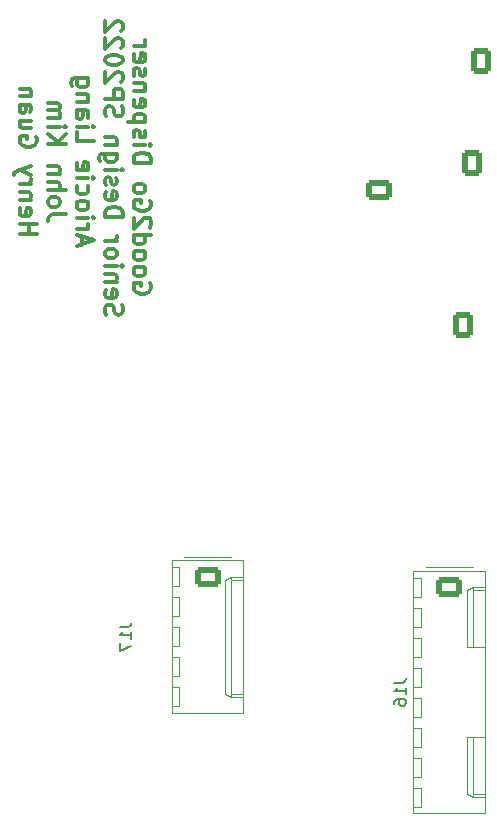
<source format=gbo>
%TF.GenerationSoftware,KiCad,Pcbnew,(6.0.1)*%
%TF.CreationDate,2022-03-10T19:24:07-06:00*%
%TF.ProjectId,arliang2_good2go,61726c69-616e-4673-925f-676f6f643267,rev?*%
%TF.SameCoordinates,Original*%
%TF.FileFunction,Legend,Bot*%
%TF.FilePolarity,Positive*%
%FSLAX46Y46*%
G04 Gerber Fmt 4.6, Leading zero omitted, Abs format (unit mm)*
G04 Created by KiCad (PCBNEW (6.0.1)) date 2022-03-10 19:24:07*
%MOMM*%
%LPD*%
G01*
G04 APERTURE LIST*
G04 Aperture macros list*
%AMRoundRect*
0 Rectangle with rounded corners*
0 $1 Rounding radius*
0 $2 $3 $4 $5 $6 $7 $8 $9 X,Y pos of 4 corners*
0 Add a 4 corners polygon primitive as box body*
4,1,4,$2,$3,$4,$5,$6,$7,$8,$9,$2,$3,0*
0 Add four circle primitives for the rounded corners*
1,1,$1+$1,$2,$3*
1,1,$1+$1,$4,$5*
1,1,$1+$1,$6,$7*
1,1,$1+$1,$8,$9*
0 Add four rect primitives between the rounded corners*
20,1,$1+$1,$2,$3,$4,$5,0*
20,1,$1+$1,$4,$5,$6,$7,0*
20,1,$1+$1,$6,$7,$8,$9,0*
20,1,$1+$1,$8,$9,$2,$3,0*%
G04 Aperture macros list end*
%ADD10C,0.300000*%
%ADD11C,0.150000*%
%ADD12C,0.120000*%
%ADD13RoundRect,0.250000X-0.620000X-0.845000X0.620000X-0.845000X0.620000X0.845000X-0.620000X0.845000X0*%
%ADD14O,1.740000X2.190000*%
%ADD15C,1.500000*%
%ADD16C,3.200000*%
%ADD17C,2.900000*%
%ADD18R,2.100000X1.900000*%
%ADD19O,2.100000X1.900000*%
%ADD20R,1.600000X1.600000*%
%ADD21O,1.600000X1.600000*%
%ADD22RoundRect,0.250000X0.620000X0.845000X-0.620000X0.845000X-0.620000X-0.845000X0.620000X-0.845000X0*%
%ADD23RoundRect,0.250000X0.600000X0.600000X-0.600000X0.600000X-0.600000X-0.600000X0.600000X-0.600000X0*%
%ADD24C,1.700000*%
%ADD25RoundRect,0.250000X0.845000X-0.620000X0.845000X0.620000X-0.845000X0.620000X-0.845000X-0.620000X0*%
%ADD26O,2.190000X1.740000*%
%ADD27C,1.600000*%
%ADD28C,3.000000*%
%ADD29RoundRect,0.250000X-0.600000X-0.600000X0.600000X-0.600000X0.600000X0.600000X-0.600000X0.600000X0*%
%ADD30RoundRect,0.250000X-0.845000X0.620000X-0.845000X-0.620000X0.845000X-0.620000X0.845000X0.620000X0*%
G04 APERTURE END LIST*
D10*
X155440000Y-96336142D02*
X155511428Y-96479000D01*
X155511428Y-96693285D01*
X155440000Y-96907571D01*
X155297142Y-97050428D01*
X155154285Y-97121857D01*
X154868571Y-97193285D01*
X154654285Y-97193285D01*
X154368571Y-97121857D01*
X154225714Y-97050428D01*
X154082857Y-96907571D01*
X154011428Y-96693285D01*
X154011428Y-96550428D01*
X154082857Y-96336142D01*
X154154285Y-96264714D01*
X154654285Y-96264714D01*
X154654285Y-96550428D01*
X154011428Y-95407571D02*
X154082857Y-95550428D01*
X154154285Y-95621857D01*
X154297142Y-95693285D01*
X154725714Y-95693285D01*
X154868571Y-95621857D01*
X154940000Y-95550428D01*
X155011428Y-95407571D01*
X155011428Y-95193285D01*
X154940000Y-95050428D01*
X154868571Y-94979000D01*
X154725714Y-94907571D01*
X154297142Y-94907571D01*
X154154285Y-94979000D01*
X154082857Y-95050428D01*
X154011428Y-95193285D01*
X154011428Y-95407571D01*
X154011428Y-94050428D02*
X154082857Y-94193285D01*
X154154285Y-94264714D01*
X154297142Y-94336142D01*
X154725714Y-94336142D01*
X154868571Y-94264714D01*
X154940000Y-94193285D01*
X155011428Y-94050428D01*
X155011428Y-93836142D01*
X154940000Y-93693285D01*
X154868571Y-93621857D01*
X154725714Y-93550428D01*
X154297142Y-93550428D01*
X154154285Y-93621857D01*
X154082857Y-93693285D01*
X154011428Y-93836142D01*
X154011428Y-94050428D01*
X154011428Y-92264714D02*
X155511428Y-92264714D01*
X154082857Y-92264714D02*
X154011428Y-92407571D01*
X154011428Y-92693285D01*
X154082857Y-92836142D01*
X154154285Y-92907571D01*
X154297142Y-92979000D01*
X154725714Y-92979000D01*
X154868571Y-92907571D01*
X154940000Y-92836142D01*
X155011428Y-92693285D01*
X155011428Y-92407571D01*
X154940000Y-92264714D01*
X155368571Y-91621857D02*
X155440000Y-91550428D01*
X155511428Y-91407571D01*
X155511428Y-91050428D01*
X155440000Y-90907571D01*
X155368571Y-90836142D01*
X155225714Y-90764714D01*
X155082857Y-90764714D01*
X154868571Y-90836142D01*
X154011428Y-91693285D01*
X154011428Y-90764714D01*
X155440000Y-89336142D02*
X155511428Y-89479000D01*
X155511428Y-89693285D01*
X155440000Y-89907571D01*
X155297142Y-90050428D01*
X155154285Y-90121857D01*
X154868571Y-90193285D01*
X154654285Y-90193285D01*
X154368571Y-90121857D01*
X154225714Y-90050428D01*
X154082857Y-89907571D01*
X154011428Y-89693285D01*
X154011428Y-89550428D01*
X154082857Y-89336142D01*
X154154285Y-89264714D01*
X154654285Y-89264714D01*
X154654285Y-89550428D01*
X154011428Y-88407571D02*
X154082857Y-88550428D01*
X154154285Y-88621857D01*
X154297142Y-88693285D01*
X154725714Y-88693285D01*
X154868571Y-88621857D01*
X154940000Y-88550428D01*
X155011428Y-88407571D01*
X155011428Y-88193285D01*
X154940000Y-88050428D01*
X154868571Y-87979000D01*
X154725714Y-87907571D01*
X154297142Y-87907571D01*
X154154285Y-87979000D01*
X154082857Y-88050428D01*
X154011428Y-88193285D01*
X154011428Y-88407571D01*
X154011428Y-86121857D02*
X155511428Y-86121857D01*
X155511428Y-85764714D01*
X155440000Y-85550428D01*
X155297142Y-85407571D01*
X155154285Y-85336142D01*
X154868571Y-85264714D01*
X154654285Y-85264714D01*
X154368571Y-85336142D01*
X154225714Y-85407571D01*
X154082857Y-85550428D01*
X154011428Y-85764714D01*
X154011428Y-86121857D01*
X154011428Y-84621857D02*
X155011428Y-84621857D01*
X155511428Y-84621857D02*
X155440000Y-84693285D01*
X155368571Y-84621857D01*
X155440000Y-84550428D01*
X155511428Y-84621857D01*
X155368571Y-84621857D01*
X154082857Y-83979000D02*
X154011428Y-83836142D01*
X154011428Y-83550428D01*
X154082857Y-83407571D01*
X154225714Y-83336142D01*
X154297142Y-83336142D01*
X154440000Y-83407571D01*
X154511428Y-83550428D01*
X154511428Y-83764714D01*
X154582857Y-83907571D01*
X154725714Y-83979000D01*
X154797142Y-83979000D01*
X154940000Y-83907571D01*
X155011428Y-83764714D01*
X155011428Y-83550428D01*
X154940000Y-83407571D01*
X155011428Y-82693285D02*
X153511428Y-82693285D01*
X154940000Y-82693285D02*
X155011428Y-82550428D01*
X155011428Y-82264714D01*
X154940000Y-82121857D01*
X154868571Y-82050428D01*
X154725714Y-81979000D01*
X154297142Y-81979000D01*
X154154285Y-82050428D01*
X154082857Y-82121857D01*
X154011428Y-82264714D01*
X154011428Y-82550428D01*
X154082857Y-82693285D01*
X154082857Y-80764714D02*
X154011428Y-80907571D01*
X154011428Y-81193285D01*
X154082857Y-81336142D01*
X154225714Y-81407571D01*
X154797142Y-81407571D01*
X154940000Y-81336142D01*
X155011428Y-81193285D01*
X155011428Y-80907571D01*
X154940000Y-80764714D01*
X154797142Y-80693285D01*
X154654285Y-80693285D01*
X154511428Y-81407571D01*
X155011428Y-80050428D02*
X154011428Y-80050428D01*
X154868571Y-80050428D02*
X154940000Y-79979000D01*
X155011428Y-79836142D01*
X155011428Y-79621857D01*
X154940000Y-79479000D01*
X154797142Y-79407571D01*
X154011428Y-79407571D01*
X154082857Y-78764714D02*
X154011428Y-78621857D01*
X154011428Y-78336142D01*
X154082857Y-78193285D01*
X154225714Y-78121857D01*
X154297142Y-78121857D01*
X154440000Y-78193285D01*
X154511428Y-78336142D01*
X154511428Y-78550428D01*
X154582857Y-78693285D01*
X154725714Y-78764714D01*
X154797142Y-78764714D01*
X154940000Y-78693285D01*
X155011428Y-78550428D01*
X155011428Y-78336142D01*
X154940000Y-78193285D01*
X154082857Y-76907571D02*
X154011428Y-77050428D01*
X154011428Y-77336142D01*
X154082857Y-77479000D01*
X154225714Y-77550428D01*
X154797142Y-77550428D01*
X154940000Y-77479000D01*
X155011428Y-77336142D01*
X155011428Y-77050428D01*
X154940000Y-76907571D01*
X154797142Y-76836142D01*
X154654285Y-76836142D01*
X154511428Y-77550428D01*
X154011428Y-76193285D02*
X155011428Y-76193285D01*
X154725714Y-76193285D02*
X154868571Y-76121857D01*
X154940000Y-76050428D01*
X155011428Y-75907571D01*
X155011428Y-75764714D01*
X151667857Y-98979000D02*
X151596428Y-98764714D01*
X151596428Y-98407571D01*
X151667857Y-98264714D01*
X151739285Y-98193285D01*
X151882142Y-98121857D01*
X152025000Y-98121857D01*
X152167857Y-98193285D01*
X152239285Y-98264714D01*
X152310714Y-98407571D01*
X152382142Y-98693285D01*
X152453571Y-98836142D01*
X152525000Y-98907571D01*
X152667857Y-98979000D01*
X152810714Y-98979000D01*
X152953571Y-98907571D01*
X153025000Y-98836142D01*
X153096428Y-98693285D01*
X153096428Y-98336142D01*
X153025000Y-98121857D01*
X151667857Y-96907571D02*
X151596428Y-97050428D01*
X151596428Y-97336142D01*
X151667857Y-97479000D01*
X151810714Y-97550428D01*
X152382142Y-97550428D01*
X152525000Y-97479000D01*
X152596428Y-97336142D01*
X152596428Y-97050428D01*
X152525000Y-96907571D01*
X152382142Y-96836142D01*
X152239285Y-96836142D01*
X152096428Y-97550428D01*
X152596428Y-96193285D02*
X151596428Y-96193285D01*
X152453571Y-96193285D02*
X152525000Y-96121857D01*
X152596428Y-95979000D01*
X152596428Y-95764714D01*
X152525000Y-95621857D01*
X152382142Y-95550428D01*
X151596428Y-95550428D01*
X151596428Y-94836142D02*
X152596428Y-94836142D01*
X153096428Y-94836142D02*
X153025000Y-94907571D01*
X152953571Y-94836142D01*
X153025000Y-94764714D01*
X153096428Y-94836142D01*
X152953571Y-94836142D01*
X151596428Y-93907571D02*
X151667857Y-94050428D01*
X151739285Y-94121857D01*
X151882142Y-94193285D01*
X152310714Y-94193285D01*
X152453571Y-94121857D01*
X152525000Y-94050428D01*
X152596428Y-93907571D01*
X152596428Y-93693285D01*
X152525000Y-93550428D01*
X152453571Y-93479000D01*
X152310714Y-93407571D01*
X151882142Y-93407571D01*
X151739285Y-93479000D01*
X151667857Y-93550428D01*
X151596428Y-93693285D01*
X151596428Y-93907571D01*
X151596428Y-92764714D02*
X152596428Y-92764714D01*
X152310714Y-92764714D02*
X152453571Y-92693285D01*
X152525000Y-92621857D01*
X152596428Y-92479000D01*
X152596428Y-92336142D01*
X151596428Y-90693285D02*
X153096428Y-90693285D01*
X153096428Y-90336142D01*
X153025000Y-90121857D01*
X152882142Y-89979000D01*
X152739285Y-89907571D01*
X152453571Y-89836142D01*
X152239285Y-89836142D01*
X151953571Y-89907571D01*
X151810714Y-89979000D01*
X151667857Y-90121857D01*
X151596428Y-90336142D01*
X151596428Y-90693285D01*
X151667857Y-88621857D02*
X151596428Y-88764714D01*
X151596428Y-89050428D01*
X151667857Y-89193285D01*
X151810714Y-89264714D01*
X152382142Y-89264714D01*
X152525000Y-89193285D01*
X152596428Y-89050428D01*
X152596428Y-88764714D01*
X152525000Y-88621857D01*
X152382142Y-88550428D01*
X152239285Y-88550428D01*
X152096428Y-89264714D01*
X151667857Y-87979000D02*
X151596428Y-87836142D01*
X151596428Y-87550428D01*
X151667857Y-87407571D01*
X151810714Y-87336142D01*
X151882142Y-87336142D01*
X152025000Y-87407571D01*
X152096428Y-87550428D01*
X152096428Y-87764714D01*
X152167857Y-87907571D01*
X152310714Y-87979000D01*
X152382142Y-87979000D01*
X152525000Y-87907571D01*
X152596428Y-87764714D01*
X152596428Y-87550428D01*
X152525000Y-87407571D01*
X151596428Y-86693285D02*
X152596428Y-86693285D01*
X153096428Y-86693285D02*
X153025000Y-86764714D01*
X152953571Y-86693285D01*
X153025000Y-86621857D01*
X153096428Y-86693285D01*
X152953571Y-86693285D01*
X152596428Y-85336142D02*
X151382142Y-85336142D01*
X151239285Y-85407571D01*
X151167857Y-85479000D01*
X151096428Y-85621857D01*
X151096428Y-85836142D01*
X151167857Y-85979000D01*
X151667857Y-85336142D02*
X151596428Y-85479000D01*
X151596428Y-85764714D01*
X151667857Y-85907571D01*
X151739285Y-85979000D01*
X151882142Y-86050428D01*
X152310714Y-86050428D01*
X152453571Y-85979000D01*
X152525000Y-85907571D01*
X152596428Y-85764714D01*
X152596428Y-85479000D01*
X152525000Y-85336142D01*
X152596428Y-84621857D02*
X151596428Y-84621857D01*
X152453571Y-84621857D02*
X152525000Y-84550428D01*
X152596428Y-84407571D01*
X152596428Y-84193285D01*
X152525000Y-84050428D01*
X152382142Y-83979000D01*
X151596428Y-83979000D01*
X151667857Y-82193285D02*
X151596428Y-81979000D01*
X151596428Y-81621857D01*
X151667857Y-81479000D01*
X151739285Y-81407571D01*
X151882142Y-81336142D01*
X152025000Y-81336142D01*
X152167857Y-81407571D01*
X152239285Y-81479000D01*
X152310714Y-81621857D01*
X152382142Y-81907571D01*
X152453571Y-82050428D01*
X152525000Y-82121857D01*
X152667857Y-82193285D01*
X152810714Y-82193285D01*
X152953571Y-82121857D01*
X153025000Y-82050428D01*
X153096428Y-81907571D01*
X153096428Y-81550428D01*
X153025000Y-81336142D01*
X151596428Y-80693285D02*
X153096428Y-80693285D01*
X153096428Y-80121857D01*
X153025000Y-79979000D01*
X152953571Y-79907571D01*
X152810714Y-79836142D01*
X152596428Y-79836142D01*
X152453571Y-79907571D01*
X152382142Y-79979000D01*
X152310714Y-80121857D01*
X152310714Y-80693285D01*
X152953571Y-79264714D02*
X153025000Y-79193285D01*
X153096428Y-79050428D01*
X153096428Y-78693285D01*
X153025000Y-78550428D01*
X152953571Y-78479000D01*
X152810714Y-78407571D01*
X152667857Y-78407571D01*
X152453571Y-78479000D01*
X151596428Y-79336142D01*
X151596428Y-78407571D01*
X153096428Y-77479000D02*
X153096428Y-77336142D01*
X153025000Y-77193285D01*
X152953571Y-77121857D01*
X152810714Y-77050428D01*
X152525000Y-76979000D01*
X152167857Y-76979000D01*
X151882142Y-77050428D01*
X151739285Y-77121857D01*
X151667857Y-77193285D01*
X151596428Y-77336142D01*
X151596428Y-77479000D01*
X151667857Y-77621857D01*
X151739285Y-77693285D01*
X151882142Y-77764714D01*
X152167857Y-77836142D01*
X152525000Y-77836142D01*
X152810714Y-77764714D01*
X152953571Y-77693285D01*
X153025000Y-77621857D01*
X153096428Y-77479000D01*
X152953571Y-76407571D02*
X153025000Y-76336142D01*
X153096428Y-76193285D01*
X153096428Y-75836142D01*
X153025000Y-75693285D01*
X152953571Y-75621857D01*
X152810714Y-75550428D01*
X152667857Y-75550428D01*
X152453571Y-75621857D01*
X151596428Y-76479000D01*
X151596428Y-75550428D01*
X152953571Y-74979000D02*
X153025000Y-74907571D01*
X153096428Y-74764714D01*
X153096428Y-74407571D01*
X153025000Y-74264714D01*
X152953571Y-74193285D01*
X152810714Y-74121857D01*
X152667857Y-74121857D01*
X152453571Y-74193285D01*
X151596428Y-75050428D01*
X151596428Y-74121857D01*
X149610000Y-93050428D02*
X149610000Y-92336142D01*
X149181428Y-93193285D02*
X150681428Y-92693285D01*
X149181428Y-92193285D01*
X149181428Y-91693285D02*
X150181428Y-91693285D01*
X149895714Y-91693285D02*
X150038571Y-91621857D01*
X150110000Y-91550428D01*
X150181428Y-91407571D01*
X150181428Y-91264714D01*
X149181428Y-90764714D02*
X150181428Y-90764714D01*
X150681428Y-90764714D02*
X150610000Y-90836142D01*
X150538571Y-90764714D01*
X150610000Y-90693285D01*
X150681428Y-90764714D01*
X150538571Y-90764714D01*
X149181428Y-89836142D02*
X149252857Y-89979000D01*
X149324285Y-90050428D01*
X149467142Y-90121857D01*
X149895714Y-90121857D01*
X150038571Y-90050428D01*
X150110000Y-89979000D01*
X150181428Y-89836142D01*
X150181428Y-89621857D01*
X150110000Y-89479000D01*
X150038571Y-89407571D01*
X149895714Y-89336142D01*
X149467142Y-89336142D01*
X149324285Y-89407571D01*
X149252857Y-89479000D01*
X149181428Y-89621857D01*
X149181428Y-89836142D01*
X149252857Y-88050428D02*
X149181428Y-88193285D01*
X149181428Y-88479000D01*
X149252857Y-88621857D01*
X149324285Y-88693285D01*
X149467142Y-88764714D01*
X149895714Y-88764714D01*
X150038571Y-88693285D01*
X150110000Y-88621857D01*
X150181428Y-88479000D01*
X150181428Y-88193285D01*
X150110000Y-88050428D01*
X149181428Y-87407571D02*
X150181428Y-87407571D01*
X150681428Y-87407571D02*
X150610000Y-87479000D01*
X150538571Y-87407571D01*
X150610000Y-87336142D01*
X150681428Y-87407571D01*
X150538571Y-87407571D01*
X149252857Y-86121857D02*
X149181428Y-86264714D01*
X149181428Y-86550428D01*
X149252857Y-86693285D01*
X149395714Y-86764714D01*
X149967142Y-86764714D01*
X150110000Y-86693285D01*
X150181428Y-86550428D01*
X150181428Y-86264714D01*
X150110000Y-86121857D01*
X149967142Y-86050428D01*
X149824285Y-86050428D01*
X149681428Y-86764714D01*
X149181428Y-83550428D02*
X149181428Y-84264714D01*
X150681428Y-84264714D01*
X149181428Y-83050428D02*
X150181428Y-83050428D01*
X150681428Y-83050428D02*
X150610000Y-83121857D01*
X150538571Y-83050428D01*
X150610000Y-82979000D01*
X150681428Y-83050428D01*
X150538571Y-83050428D01*
X149181428Y-81693285D02*
X149967142Y-81693285D01*
X150110000Y-81764714D01*
X150181428Y-81907571D01*
X150181428Y-82193285D01*
X150110000Y-82336142D01*
X149252857Y-81693285D02*
X149181428Y-81836142D01*
X149181428Y-82193285D01*
X149252857Y-82336142D01*
X149395714Y-82407571D01*
X149538571Y-82407571D01*
X149681428Y-82336142D01*
X149752857Y-82193285D01*
X149752857Y-81836142D01*
X149824285Y-81693285D01*
X150181428Y-80979000D02*
X149181428Y-80979000D01*
X150038571Y-80979000D02*
X150110000Y-80907571D01*
X150181428Y-80764714D01*
X150181428Y-80550428D01*
X150110000Y-80407571D01*
X149967142Y-80336142D01*
X149181428Y-80336142D01*
X150181428Y-78979000D02*
X148967142Y-78979000D01*
X148824285Y-79050428D01*
X148752857Y-79121857D01*
X148681428Y-79264714D01*
X148681428Y-79479000D01*
X148752857Y-79621857D01*
X149252857Y-78979000D02*
X149181428Y-79121857D01*
X149181428Y-79407571D01*
X149252857Y-79550428D01*
X149324285Y-79621857D01*
X149467142Y-79693285D01*
X149895714Y-79693285D01*
X150038571Y-79621857D01*
X150110000Y-79550428D01*
X150181428Y-79407571D01*
X150181428Y-79121857D01*
X150110000Y-78979000D01*
X148266428Y-90479000D02*
X147195000Y-90479000D01*
X146980714Y-90550428D01*
X146837857Y-90693285D01*
X146766428Y-90907571D01*
X146766428Y-91050428D01*
X146766428Y-89550428D02*
X146837857Y-89693285D01*
X146909285Y-89764714D01*
X147052142Y-89836142D01*
X147480714Y-89836142D01*
X147623571Y-89764714D01*
X147695000Y-89693285D01*
X147766428Y-89550428D01*
X147766428Y-89336142D01*
X147695000Y-89193285D01*
X147623571Y-89121857D01*
X147480714Y-89050428D01*
X147052142Y-89050428D01*
X146909285Y-89121857D01*
X146837857Y-89193285D01*
X146766428Y-89336142D01*
X146766428Y-89550428D01*
X146766428Y-88407571D02*
X148266428Y-88407571D01*
X146766428Y-87764714D02*
X147552142Y-87764714D01*
X147695000Y-87836142D01*
X147766428Y-87978999D01*
X147766428Y-88193285D01*
X147695000Y-88336142D01*
X147623571Y-88407571D01*
X147766428Y-87050428D02*
X146766428Y-87050428D01*
X147623571Y-87050428D02*
X147695000Y-86978999D01*
X147766428Y-86836142D01*
X147766428Y-86621857D01*
X147695000Y-86478999D01*
X147552142Y-86407571D01*
X146766428Y-86407571D01*
X146766428Y-84550428D02*
X148266428Y-84550428D01*
X146766428Y-83693285D02*
X147623571Y-84336142D01*
X148266428Y-83693285D02*
X147409285Y-84550428D01*
X146766428Y-83050428D02*
X147766428Y-83050428D01*
X148266428Y-83050428D02*
X148195000Y-83121857D01*
X148123571Y-83050428D01*
X148195000Y-82978999D01*
X148266428Y-83050428D01*
X148123571Y-83050428D01*
X146766428Y-82336142D02*
X147766428Y-82336142D01*
X147623571Y-82336142D02*
X147695000Y-82264714D01*
X147766428Y-82121857D01*
X147766428Y-81907571D01*
X147695000Y-81764714D01*
X147552142Y-81693285D01*
X146766428Y-81693285D01*
X147552142Y-81693285D02*
X147695000Y-81621857D01*
X147766428Y-81478999D01*
X147766428Y-81264714D01*
X147695000Y-81121857D01*
X147552142Y-81050428D01*
X146766428Y-81050428D01*
X144351428Y-92121857D02*
X145851428Y-92121857D01*
X145137142Y-92121857D02*
X145137142Y-91264714D01*
X144351428Y-91264714D02*
X145851428Y-91264714D01*
X144422857Y-89979000D02*
X144351428Y-90121857D01*
X144351428Y-90407571D01*
X144422857Y-90550428D01*
X144565714Y-90621857D01*
X145137142Y-90621857D01*
X145280000Y-90550428D01*
X145351428Y-90407571D01*
X145351428Y-90121857D01*
X145280000Y-89979000D01*
X145137142Y-89907571D01*
X144994285Y-89907571D01*
X144851428Y-90621857D01*
X145351428Y-89264714D02*
X144351428Y-89264714D01*
X145208571Y-89264714D02*
X145280000Y-89193285D01*
X145351428Y-89050428D01*
X145351428Y-88836142D01*
X145280000Y-88693285D01*
X145137142Y-88621857D01*
X144351428Y-88621857D01*
X144351428Y-87907571D02*
X145351428Y-87907571D01*
X145065714Y-87907571D02*
X145208571Y-87836142D01*
X145280000Y-87764714D01*
X145351428Y-87621857D01*
X145351428Y-87479000D01*
X145351428Y-87121857D02*
X144351428Y-86764714D01*
X145351428Y-86407571D02*
X144351428Y-86764714D01*
X143994285Y-86907571D01*
X143922857Y-86979000D01*
X143851428Y-87121857D01*
X145780000Y-83907571D02*
X145851428Y-84050428D01*
X145851428Y-84264714D01*
X145780000Y-84479000D01*
X145637142Y-84621857D01*
X145494285Y-84693285D01*
X145208571Y-84764714D01*
X144994285Y-84764714D01*
X144708571Y-84693285D01*
X144565714Y-84621857D01*
X144422857Y-84479000D01*
X144351428Y-84264714D01*
X144351428Y-84121857D01*
X144422857Y-83907571D01*
X144494285Y-83836142D01*
X144994285Y-83836142D01*
X144994285Y-84121857D01*
X145351428Y-82550428D02*
X144351428Y-82550428D01*
X145351428Y-83193285D02*
X144565714Y-83193285D01*
X144422857Y-83121857D01*
X144351428Y-82979000D01*
X144351428Y-82764714D01*
X144422857Y-82621857D01*
X144494285Y-82550428D01*
X144351428Y-81193285D02*
X145137142Y-81193285D01*
X145280000Y-81264714D01*
X145351428Y-81407571D01*
X145351428Y-81693285D01*
X145280000Y-81836142D01*
X144422857Y-81193285D02*
X144351428Y-81336142D01*
X144351428Y-81693285D01*
X144422857Y-81836142D01*
X144565714Y-81907571D01*
X144708571Y-81907571D01*
X144851428Y-81836142D01*
X144922857Y-81693285D01*
X144922857Y-81336142D01*
X144994285Y-81193285D01*
X145351428Y-80479000D02*
X144351428Y-80479000D01*
X145208571Y-80479000D02*
X145280000Y-80407571D01*
X145351428Y-80264714D01*
X145351428Y-80050428D01*
X145280000Y-79907571D01*
X145137142Y-79836142D01*
X144351428Y-79836142D01*
D11*
%TO.C,J16*%
X176069380Y-130127476D02*
X176783666Y-130127476D01*
X176926523Y-130079857D01*
X177021761Y-129984619D01*
X177069380Y-129841761D01*
X177069380Y-129746523D01*
X177069380Y-131127476D02*
X177069380Y-130556047D01*
X177069380Y-130841761D02*
X176069380Y-130841761D01*
X176212238Y-130746523D01*
X176307476Y-130651285D01*
X176355095Y-130556047D01*
X176069380Y-131984619D02*
X176069380Y-131794142D01*
X176117000Y-131698904D01*
X176164619Y-131651285D01*
X176307476Y-131556047D01*
X176497952Y-131508428D01*
X176878904Y-131508428D01*
X176974142Y-131556047D01*
X177021761Y-131603666D01*
X177069380Y-131698904D01*
X177069380Y-131889380D01*
X177021761Y-131984619D01*
X176974142Y-132032238D01*
X176878904Y-132079857D01*
X176640809Y-132079857D01*
X176545571Y-132032238D01*
X176497952Y-131984619D01*
X176450333Y-131889380D01*
X176450333Y-131698904D01*
X176497952Y-131603666D01*
X176545571Y-131556047D01*
X176640809Y-131508428D01*
%TO.C,J17*%
X152828380Y-125428476D02*
X153542666Y-125428476D01*
X153685523Y-125380857D01*
X153780761Y-125285619D01*
X153828380Y-125142761D01*
X153828380Y-125047523D01*
X153828380Y-126428476D02*
X153828380Y-125857047D01*
X153828380Y-126142761D02*
X152828380Y-126142761D01*
X152971238Y-126047523D01*
X153066476Y-125952285D01*
X153114095Y-125857047D01*
X152828380Y-126761809D02*
X152828380Y-127428476D01*
X153828380Y-126999904D01*
D12*
%TO.C,J16*%
X178307000Y-140627000D02*
X177707000Y-140627000D01*
X177707000Y-131407000D02*
X178307000Y-131407000D01*
X177707000Y-133947000D02*
X178307000Y-133947000D01*
X183727000Y-139827000D02*
X182727000Y-139827000D01*
X183727000Y-120667000D02*
X183727000Y-141207000D01*
X183727000Y-141207000D02*
X177707000Y-141207000D01*
X183727000Y-122047000D02*
X182727000Y-122047000D01*
X178737000Y-120377000D02*
X182737000Y-120377000D01*
X183727000Y-139577000D02*
X182727000Y-139577000D01*
X178307000Y-133007000D02*
X177707000Y-133007000D01*
X178307000Y-139027000D02*
X178307000Y-140627000D01*
X178307000Y-136487000D02*
X178307000Y-138087000D01*
X182197000Y-122297000D02*
X182197000Y-127127000D01*
X178307000Y-133947000D02*
X178307000Y-135547000D01*
X178307000Y-121247000D02*
X178307000Y-122847000D01*
X177707000Y-128867000D02*
X178307000Y-128867000D01*
X182727000Y-122047000D02*
X182727000Y-127127000D01*
X178307000Y-127927000D02*
X177707000Y-127927000D01*
X177707000Y-141207000D02*
X177707000Y-120667000D01*
X182727000Y-127127000D02*
X183727000Y-127127000D01*
X178307000Y-135547000D02*
X177707000Y-135547000D01*
X182197000Y-134747000D02*
X182727000Y-134747000D01*
X178307000Y-138087000D02*
X177707000Y-138087000D01*
X182727000Y-134747000D02*
X183727000Y-134747000D01*
X182197000Y-139577000D02*
X182197000Y-134747000D01*
X177707000Y-123787000D02*
X178307000Y-123787000D01*
X182727000Y-122047000D02*
X182197000Y-122297000D01*
X182727000Y-139827000D02*
X182197000Y-139577000D01*
X178307000Y-125387000D02*
X177707000Y-125387000D01*
X178307000Y-122847000D02*
X177707000Y-122847000D01*
X177707000Y-139027000D02*
X178307000Y-139027000D01*
X182727000Y-139827000D02*
X182727000Y-134747000D01*
X177707000Y-121247000D02*
X178307000Y-121247000D01*
X177707000Y-126327000D02*
X178307000Y-126327000D01*
X178307000Y-128867000D02*
X178307000Y-130467000D01*
X178307000Y-131407000D02*
X178307000Y-133007000D01*
X178307000Y-123787000D02*
X178307000Y-125387000D01*
X178307000Y-130467000D02*
X177707000Y-130467000D01*
X177707000Y-136487000D02*
X178307000Y-136487000D01*
X177707000Y-120667000D02*
X183727000Y-120667000D01*
X182197000Y-127127000D02*
X182727000Y-127127000D01*
X178307000Y-126327000D02*
X178307000Y-127927000D01*
X183727000Y-122297000D02*
X182727000Y-122297000D01*
%TO.C,J17*%
X157260000Y-125438000D02*
X157860000Y-125438000D01*
X158290000Y-119488000D02*
X162290000Y-119488000D01*
X163280000Y-121158000D02*
X162280000Y-121158000D01*
X162280000Y-131318000D02*
X163280000Y-131318000D01*
X157860000Y-132118000D02*
X157260000Y-132118000D01*
X157860000Y-129578000D02*
X157260000Y-129578000D01*
X157260000Y-122898000D02*
X157860000Y-122898000D01*
X157860000Y-121958000D02*
X157260000Y-121958000D01*
X157260000Y-127978000D02*
X157860000Y-127978000D01*
X157260000Y-120358000D02*
X157860000Y-120358000D01*
X161750000Y-121408000D02*
X161750000Y-131068000D01*
X157860000Y-125438000D02*
X157860000Y-127038000D01*
X157860000Y-124498000D02*
X157260000Y-124498000D01*
X161750000Y-131068000D02*
X162280000Y-131318000D01*
X157860000Y-127038000D02*
X157260000Y-127038000D01*
X157260000Y-132698000D02*
X157260000Y-119778000D01*
X157860000Y-120358000D02*
X157860000Y-121958000D01*
X157860000Y-127978000D02*
X157860000Y-129578000D01*
X163280000Y-119778000D02*
X163280000Y-132698000D01*
X163280000Y-131068000D02*
X162280000Y-131068000D01*
X157260000Y-130518000D02*
X157860000Y-130518000D01*
X157860000Y-130518000D02*
X157860000Y-132118000D01*
X162280000Y-121158000D02*
X162280000Y-131318000D01*
X163280000Y-132698000D02*
X157260000Y-132698000D01*
X157260000Y-119778000D02*
X163280000Y-119778000D01*
X162280000Y-121158000D02*
X161750000Y-121408000D01*
X163280000Y-121408000D02*
X162280000Y-121408000D01*
X157860000Y-122898000D02*
X157860000Y-124498000D01*
%TD*%
%LPC*%
D13*
%TO.C,J12*%
X181930511Y-99871489D03*
D14*
X184470511Y-99871489D03*
X187010511Y-99871489D03*
%TD*%
D15*
%TO.C,Y1*%
X109728000Y-86106000D03*
X109728000Y-90986000D03*
%TD*%
D16*
%TO.C,H2*%
X102108000Y-112014000D03*
%TD*%
%TO.C,H9*%
X188341000Y-121031000D03*
%TD*%
D17*
%TO.C,A1*%
X161483511Y-102894489D03*
X141163511Y-102894489D03*
X141163511Y-69874489D03*
X161483511Y-69874489D03*
D18*
X141163511Y-73684489D03*
D19*
X141163511Y-76224489D03*
X141163511Y-78764489D03*
X141163511Y-81304489D03*
X141163511Y-83844489D03*
X141163511Y-86384489D03*
X141163511Y-88924489D03*
X141163511Y-91464489D03*
X141163511Y-94004489D03*
X141163511Y-96544489D03*
X161483511Y-96544489D03*
X161483511Y-94004489D03*
X161483511Y-91464489D03*
X161483511Y-88924489D03*
X161483511Y-86384489D03*
X161483511Y-83844489D03*
X161483511Y-81304489D03*
X161483511Y-78764489D03*
X161483511Y-76224489D03*
X161483511Y-73684489D03*
%TD*%
D20*
%TO.C,U1*%
X115417511Y-66558000D03*
D21*
X115417511Y-69098000D03*
X115417511Y-71638000D03*
X115417511Y-74178000D03*
X115417511Y-76718000D03*
X115417511Y-79258000D03*
X115417511Y-81798000D03*
X115417511Y-84338000D03*
X115417511Y-86878000D03*
X115417511Y-89418000D03*
X115417511Y-91958000D03*
X115417511Y-94498000D03*
X115417511Y-97038000D03*
X115417511Y-99578000D03*
X123037511Y-99578000D03*
X123037511Y-97038000D03*
X123037511Y-94498000D03*
X123037511Y-91958000D03*
X123037511Y-89418000D03*
X123037511Y-86878000D03*
X123037511Y-84338000D03*
X123037511Y-81798000D03*
X123037511Y-79258000D03*
X123037511Y-76718000D03*
X123037511Y-74178000D03*
X123037511Y-71638000D03*
X123037511Y-69098000D03*
X123037511Y-66558000D03*
%TD*%
D22*
%TO.C,J8*%
X164658511Y-47649489D03*
D14*
X162118511Y-47649489D03*
%TD*%
D13*
%TO.C,J2*%
X104231511Y-99822000D03*
D14*
X106771511Y-99822000D03*
X109311511Y-99822000D03*
X111851511Y-99822000D03*
%TD*%
D23*
%TO.C,J15*%
X175072511Y-58444489D03*
D24*
X172532511Y-58444489D03*
X175072511Y-55904489D03*
X172532511Y-55904489D03*
X175072511Y-53364489D03*
X172532511Y-53364489D03*
%TD*%
D16*
%TO.C,H10*%
X158893000Y-138176000D03*
%TD*%
D25*
%TO.C,J3*%
X128488511Y-71501000D03*
D26*
X128488511Y-68961000D03*
X128488511Y-66421000D03*
X128488511Y-63881000D03*
%TD*%
D16*
%TO.C,H1*%
X102108000Y-48514000D03*
%TD*%
%TO.C,H5*%
X132588000Y-48514000D03*
%TD*%
%TO.C,H3*%
X132588000Y-112014000D03*
%TD*%
D20*
%TO.C,J9*%
X153482511Y-57809489D03*
D27*
X150982511Y-57809489D03*
X148982511Y-57809489D03*
X146482511Y-57809489D03*
D28*
X143412511Y-55099489D03*
X156552511Y-55099489D03*
%TD*%
D13*
%TO.C,J13*%
X182692511Y-86130489D03*
D14*
X185232511Y-86130489D03*
X187772511Y-86130489D03*
X190312511Y-86130489D03*
%TD*%
D13*
%TO.C,J1*%
X116804511Y-106553000D03*
D14*
X119344511Y-106553000D03*
X121884511Y-106553000D03*
X124424511Y-106553000D03*
%TD*%
D29*
%TO.C,J4*%
X130565500Y-92832000D03*
D24*
X133105500Y-92832000D03*
X130565500Y-95372000D03*
X133105500Y-95372000D03*
X130565500Y-97912000D03*
X133105500Y-97912000D03*
%TD*%
D16*
%TO.C,H7*%
X184277000Y-111760000D03*
%TD*%
D13*
%TO.C,J10*%
X182311511Y-59333489D03*
D14*
X184851511Y-59333489D03*
X187391511Y-59333489D03*
%TD*%
D20*
%TO.C,U7*%
X166132000Y-121158000D03*
D21*
X166132000Y-123698000D03*
X166132000Y-126238000D03*
X166132000Y-128778000D03*
X166132000Y-131318000D03*
X166132000Y-133858000D03*
X166132000Y-136398000D03*
X166132000Y-138938000D03*
X173752000Y-138938000D03*
X173752000Y-136398000D03*
X173752000Y-133858000D03*
X173752000Y-131318000D03*
X173752000Y-128778000D03*
X173752000Y-126238000D03*
X173752000Y-123698000D03*
X173752000Y-121158000D03*
%TD*%
D25*
%TO.C,J14*%
X174818511Y-88416489D03*
D26*
X174818511Y-85876489D03*
X174818511Y-83336489D03*
X174818511Y-80796489D03*
%TD*%
D13*
%TO.C,J11*%
X183454511Y-77494489D03*
D14*
X185994511Y-77494489D03*
X188534511Y-77494489D03*
%TD*%
D25*
%TO.C,J7*%
X129413000Y-79248000D03*
D26*
X129413000Y-76708000D03*
%TD*%
D30*
%TO.C,J6*%
X107533511Y-74549000D03*
D26*
X107533511Y-77089000D03*
X107533511Y-79629000D03*
%TD*%
D25*
%TO.C,J5*%
X102707511Y-58039000D03*
D26*
X102707511Y-55499000D03*
%TD*%
D16*
%TO.C,H6*%
X184277000Y-48514000D03*
%TD*%
D30*
%TO.C,J16*%
X180737000Y-122047000D03*
D26*
X180737000Y-124587000D03*
X180737000Y-127127000D03*
X180737000Y-129667000D03*
X180737000Y-132207000D03*
X180737000Y-134747000D03*
X180737000Y-137287000D03*
X180737000Y-139827000D03*
%TD*%
D30*
%TO.C,J17*%
X160290000Y-121158000D03*
D26*
X160290000Y-123698000D03*
X160290000Y-126238000D03*
X160290000Y-128778000D03*
X160290000Y-131318000D03*
%TD*%
M02*

</source>
